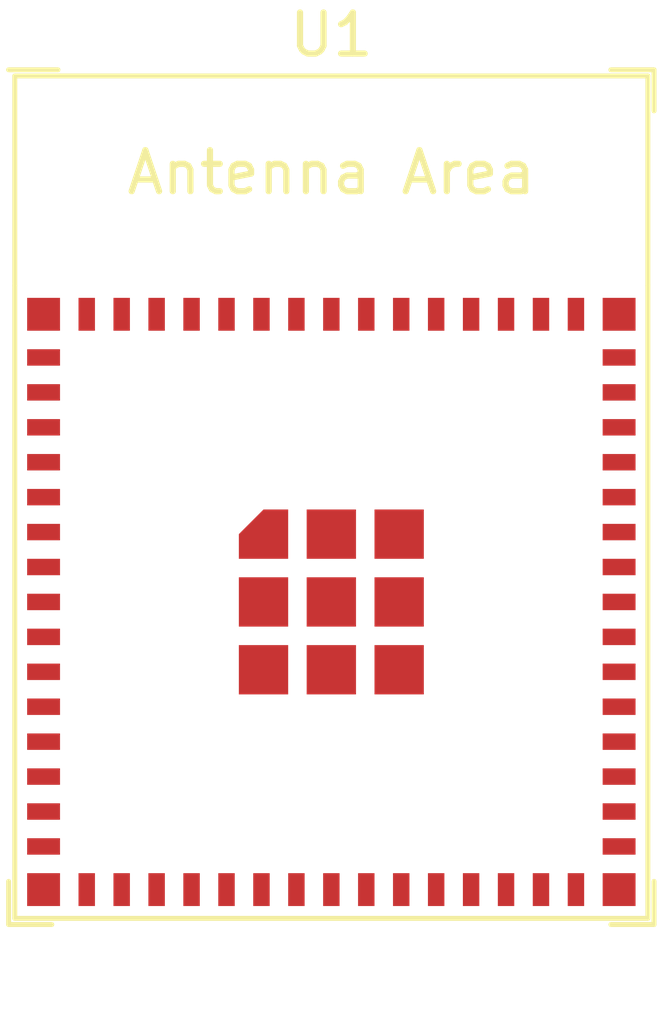
<source format=kicad_pcb>
(kicad_pcb (version 20241229) (generator "pcbnew") (generator_version "9.0")
  (layers (0 "F.Cu" signal) (2 "B.Cu" signal) (13 "F.Paste" user) (15 "B.Paste" user) (5 "F.SilkS" user "F.Silkscreen") (7 "B.SilkS" user "B.Silkscreen") (1 "F.Mask" user) (3 "B.Mask" user) (25 "Edge.Cuts" user))
  (net 0 "")
  (net 1 "Net-(U1-Pad1)")
  (footprint "Espressif:ESP32-S3-MINI-1" (layer "F.Cu") (at 150 100.25)
    (property "Reference" "U1" (at 0 -13.8 0) (layer "F.SilkS"))
    (property "Value" "ESP32-S3-MINI-1")
    (fp_line (start -7.85 7.85) (end -7.85 6.8) (stroke (width 0.12)) (layer "F.SilkS"))
    (fp_line (start -7.7 -12.8) (end -7.7 -7.7) (stroke (width 0.12)) (layer "F.SilkS"))
    (fp_line (start -7.7 -12.8) (end 7.7 -12.8) (stroke (width 0.12)) (layer "F.SilkS"))
    (fp_line (start -7.7 7.7) (end -7.7 -7.7) (stroke (width 0.12)) (layer "F.SilkS"))
    (fp_line (start -6.8 7.85) (end -7.85 7.85) (stroke (width 0.12)) (layer "F.SilkS"))
    (fp_line (start -6.65 -12.95) (end -7.85 -12.95) (stroke (width 0.12)) (layer "F.SilkS"))
    (fp_line (start 6.8 -12.95) (end 7.85 -12.95) (stroke (width 0.12)) (layer "F.SilkS"))
    (fp_line (start 6.8 7.85) (end 7.85 7.85) (stroke (width 0.12)) (layer "F.SilkS"))
    (fp_line (start 7.7 -12.8) (end 7.7 -7.7) (stroke (width 0.12)) (layer "F.SilkS"))
    (fp_line (start 7.7 -7.7) (end 7.7 7.7) (stroke (width 0.12)) (layer "F.SilkS"))
    (fp_line (start 7.7 7.7) (end -7.7 7.7) (stroke (width 0.12)) (layer "F.SilkS"))
    (fp_line (start 7.85 -12.95) (end 7.85 -11.95) (stroke (width 0.12)) (layer "F.SilkS"))
    (fp_line (start 7.85 7.85) (end 7.85 6.8) (stroke (width 0.12)) (layer "F.SilkS"))
    (fp_text user "Antenna Area" (at 0 -10.45 0) (layer "F.SilkS"))
    (pad "1" smd rect (at -7 -5.95 90) (size 0.4 0.8) (layers "F.Cu" "F.Mask" "F.Paste") (net 1 "Net-(U1-Pad1)"))
    (pad "2" smd rect (at -7 -5.1 90) (size 0.4 0.8) (layers "F.Cu" "F.Mask" "F.Paste") (net 1 "Net-(U1-Pad1)"))
    (pad "3" smd rect (at -7 -4.25 90) (size 0.4 0.8) (layers "F.Cu" "F.Mask" "F.Paste"))
    (pad "4" smd rect (at -7 -3.4 90) (size 0.4 0.8) (layers "F.Cu" "F.Mask" "F.Paste"))
    (pad "5" smd rect (at -7 -2.55 90) (size 0.4 0.8) (layers "F.Cu" "F.Mask" "F.Paste"))
    (pad "6" smd rect (at -7 -1.7 90) (size 0.4 0.8) (layers "F.Cu" "F.Mask" "F.Paste"))
    (pad "7" smd rect (at -7 -0.85 90) (size 0.4 0.8) (layers "F.Cu" "F.Mask" "F.Paste"))
    (pad "8" smd rect (at -7 0 90) (size 0.4 0.8) (layers "F.Cu" "F.Mask" "F.Paste"))
    (pad "9" smd rect (at -7 0.85 90) (size 0.4 0.8) (layers "F.Cu" "F.Mask" "F.Paste"))
    (pad "10" smd rect (at -7 1.7 90) (size 0.4 0.8) (layers "F.Cu" "F.Mask" "F.Paste"))
    (pad "11" smd rect (at -7 2.55 90) (size 0.4 0.8) (layers "F.Cu" "F.Mask" "F.Paste"))
    (pad "12" smd rect (at -7 3.4 90) (size 0.4 0.8) (layers "F.Cu" "F.Mask" "F.Paste"))
    (pad "13" smd rect (at -7 4.25 90) (size 0.4 0.8) (layers "F.Cu" "F.Mask" "F.Paste"))
    (pad "14" smd rect (at -7 5.1 90) (size 0.4 0.8) (layers "F.Cu" "F.Mask" "F.Paste"))
    (pad "15" smd rect (at -7 5.95 90) (size 0.4 0.8) (layers "F.Cu" "F.Mask" "F.Paste"))
    (pad "16" smd rect (at -5.95 7) (size 0.4 0.8) (layers "F.Cu" "F.Mask" "F.Paste"))
    (pad "17" smd rect (at -5.1 7) (size 0.4 0.8) (layers "F.Cu" "F.Mask" "F.Paste"))
    (pad "18" smd rect (at -4.25 7) (size 0.4 0.8) (layers "F.Cu" "F.Mask" "F.Paste"))
    (pad "19" smd rect (at -3.4 7) (size 0.4 0.8) (layers "F.Cu" "F.Mask" "F.Paste"))
    (pad "20" smd rect (at -2.55 7) (size 0.4 0.8) (layers "F.Cu" "F.Mask" "F.Paste"))
    (pad "21" smd rect (at -1.7 7) (size 0.4 0.8) (layers "F.Cu" "F.Mask" "F.Paste"))
    (pad "22" smd rect (at -0.85 7) (size 0.4 0.8) (layers "F.Cu" "F.Mask" "F.Paste"))
    (pad "23" smd rect (at 0 7) (size 0.4 0.8) (layers "F.Cu" "F.Mask" "F.Paste"))
    (pad "24" smd rect (at 0.85 7) (size 0.4 0.8) (layers "F.Cu" "F.Mask" "F.Paste"))
    (pad "25" smd rect (at 1.7 7) (size 0.4 0.8) (layers "F.Cu" "F.Mask" "F.Paste"))
    (pad "26" smd rect (at 2.55 7) (size 0.4 0.8) (layers "F.Cu" "F.Mask" "F.Paste"))
    (pad "27" smd rect (at 3.4 7) (size 0.4 0.8) (layers "F.Cu" "F.Mask" "F.Paste"))
    (pad "28" smd rect (at 4.25 7) (size 0.4 0.8) (layers "F.Cu" "F.Mask" "F.Paste"))
    (pad "29" smd rect (at 5.1 7) (size 0.4 0.8) (layers "F.Cu" "F.Mask" "F.Paste"))
    (pad "30" smd rect (at 5.95 7) (size 0.4 0.8) (layers "F.Cu" "F.Mask" "F.Paste"))
    (pad "31" smd rect (at 7 5.95 90) (size 0.4 0.8) (layers "F.Cu" "F.Mask" "F.Paste"))
    (pad "32" smd rect (at 7 5.1 90) (size 0.4 0.8) (layers "F.Cu" "F.Mask" "F.Paste"))
    (pad "33" smd rect (at 7 4.25 90) (size 0.4 0.8) (layers "F.Cu" "F.Mask" "F.Paste"))
    (pad "34" smd rect (at 7 3.4 90) (size 0.4 0.8) (layers "F.Cu" "F.Mask" "F.Paste"))
    (pad "35" smd rect (at 7 2.55 90) (size 0.4 0.8) (layers "F.Cu" "F.Mask" "F.Paste"))
    (pad "36" smd rect (at 7 1.7 90) (size 0.4 0.8) (layers "F.Cu" "F.Mask" "F.Paste"))
    (pad "37" smd rect (at 7 0.85 90) (size 0.4 0.8) (layers "F.Cu" "F.Mask" "F.Paste"))
    (pad "38" smd rect (at 7 0 90) (size 0.4 0.8) (layers "F.Cu" "F.Mask" "F.Paste"))
    (pad "39" smd rect (at 7 -0.85 90) (size 0.4 0.8) (layers "F.Cu" "F.Mask" "F.Paste"))
    (pad "40" smd rect (at 7 -1.7 90) (size 0.4 0.8) (layers "F.Cu" "F.Mask" "F.Paste"))
    (pad "41" smd rect (at 7 -2.55 90) (size 0.4 0.8) (layers "F.Cu" "F.Mask" "F.Paste"))
    (pad "42" smd rect (at 7 -3.4 90) (size 0.4 0.8) (layers "F.Cu" "F.Mask" "F.Paste") (net 1 "Net-(U1-Pad1)"))
    (pad "43" smd rect (at 7 -4.25 90) (size 0.4 0.8) (layers "F.Cu" "F.Mask" "F.Paste") (net 1 "Net-(U1-Pad1)"))
    (pad "44" smd rect (at 7 -5.1 90) (size 0.4 0.8) (layers "F.Cu" "F.Mask" "F.Paste"))
    (pad "45" smd rect (at 7 -5.95 90) (size 0.4 0.8) (layers "F.Cu" "F.Mask" "F.Paste"))
    (pad "46" smd rect (at 5.95 -7) (size 0.4 0.8) (layers "F.Cu" "F.Mask" "F.Paste") (net 1 "Net-(U1-Pad1)"))
    (pad "47" smd rect (at 5.1 -7) (size 0.4 0.8) (layers "F.Cu" "F.Mask" "F.Paste") (net 1 "Net-(U1-Pad1)"))
    (pad "48" smd rect (at 4.25 -7) (size 0.4 0.8) (layers "F.Cu" "F.Mask" "F.Paste") (net 1 "Net-(U1-Pad1)"))
    (pad "49" smd rect (at 3.4 -7) (size 0.4 0.8) (layers "F.Cu" "F.Mask" "F.Paste") (net 1 "Net-(U1-Pad1)"))
    (pad "50" smd rect (at 2.55 -7) (size 0.4 0.8) (layers "F.Cu" "F.Mask" "F.Paste") (net 1 "Net-(U1-Pad1)"))
    (pad "51" smd rect (at 1.7 -7) (size 0.4 0.8) (layers "F.Cu" "F.Mask" "F.Paste") (net 1 "Net-(U1-Pad1)"))
    (pad "52" smd rect (at 0.85 -7) (size 0.4 0.8) (layers "F.Cu" "F.Mask" "F.Paste") (net 1 "Net-(U1-Pad1)"))
    (pad "53" smd rect (at 0 -7) (size 0.4 0.8) (layers "F.Cu" "F.Mask" "F.Paste") (net 1 "Net-(U1-Pad1)"))
    (pad "54" smd rect (at -0.85 -7) (size 0.4 0.8) (layers "F.Cu" "F.Mask" "F.Paste") (net 1 "Net-(U1-Pad1)"))
    (pad "55" smd rect (at -1.7 -7) (size 0.4 0.8) (layers "F.Cu" "F.Mask" "F.Paste") (net 1 "Net-(U1-Pad1)"))
    (pad "56" smd rect (at -2.55 -7) (size 0.4 0.8) (layers "F.Cu" "F.Mask" "F.Paste") (net 1 "Net-(U1-Pad1)"))
    (pad "57" smd rect (at -3.4 -7) (size 0.4 0.8) (layers "F.Cu" "F.Mask" "F.Paste") (net 1 "Net-(U1-Pad1)"))
    (pad "58" smd rect (at -4.25 -7) (size 0.4 0.8) (layers "F.Cu" "F.Mask" "F.Paste") (net 1 "Net-(U1-Pad1)"))
    (pad "59" smd rect (at -5.1 -7) (size 0.4 0.8) (layers "F.Cu" "F.Mask" "F.Paste") (net 1 "Net-(U1-Pad1)"))
    (pad "60" smd rect (at -5.95 -7) (size 0.4 0.8) (layers "F.Cu" "F.Mask" "F.Paste") (net 1 "Net-(U1-Pad1)"))
    (pad "61" smd custom (at -1.65 -1.65) (size 0.6 0.6) (layers "F.Cu" "F.Mask" "F.Paste") (net 1 "Net-(U1-Pad1)") (options (clearance outline) (anchor rect)) (primitives (gr_poly (pts (xy 0.6 0.6) (xy -0.6 0.6) (xy -0.6 0) (xy 0 -0.6) (xy 0.6 -0.6)) (width 0) (fill yes))))
    (pad "61" smd rect (at -1.65 0) (size 1.2 1.2) (layers "F.Cu" "F.Mask" "F.Paste") (net 1 "Net-(U1-Pad1)"))
    (pad "61" smd rect (at -1.65 1.65) (size 1.2 1.2) (layers "F.Cu" "F.Mask" "F.Paste") (net 1 "Net-(U1-Pad1)"))
    (pad "61" smd rect (at 0 -1.65) (size 1.2 1.2) (layers "F.Cu" "F.Mask" "F.Paste") (net 1 "Net-(U1-Pad1)"))
    (pad "61" smd rect (at 0 0) (size 1.2 1.2) (layers "F.Cu" "F.Mask" "F.Paste") (net 1 "Net-(U1-Pad1)"))
    (pad "61" smd rect (at 0 1.65) (size 1.2 1.2) (layers "F.Cu" "F.Mask" "F.Paste") (net 1 "Net-(U1-Pad1)"))
    (pad "61" smd rect (at 1.65 -1.65) (size 1.2 1.2) (layers "F.Cu" "F.Mask" "F.Paste") (net 1 "Net-(U1-Pad1)"))
    (pad "61" smd rect (at 1.65 0) (size 1.2 1.2) (layers "F.Cu" "F.Mask" "F.Paste") (net 1 "Net-(U1-Pad1)"))
    (pad "61" smd rect (at 1.65 1.65) (size 1.2 1.2) (layers "F.Cu" "F.Mask" "F.Paste") (net 1 "Net-(U1-Pad1)"))
    (pad "62" smd rect (at -7 -7 180) (size 0.8 0.8) (layers "F.Cu" "F.Mask" "F.Paste") (net 1 "Net-(U1-Pad1)"))
    (pad "63" smd rect (at -7 7 180) (size 0.8 0.8) (layers "F.Cu" "F.Mask" "F.Paste") (net 1 "Net-(U1-Pad1)"))
    (pad "64" smd rect (at 7 7 180) (size 0.8 0.8) (layers "F.Cu" "F.Mask" "F.Paste") (net 1 "Net-(U1-Pad1)"))
    (pad "65" smd rect (at 7 -7 180) (size 0.8 0.8) (layers "F.Cu" "F.Mask" "F.Paste") (net 1 "Net-(U1-Pad1)"))
  )
)
</source>
